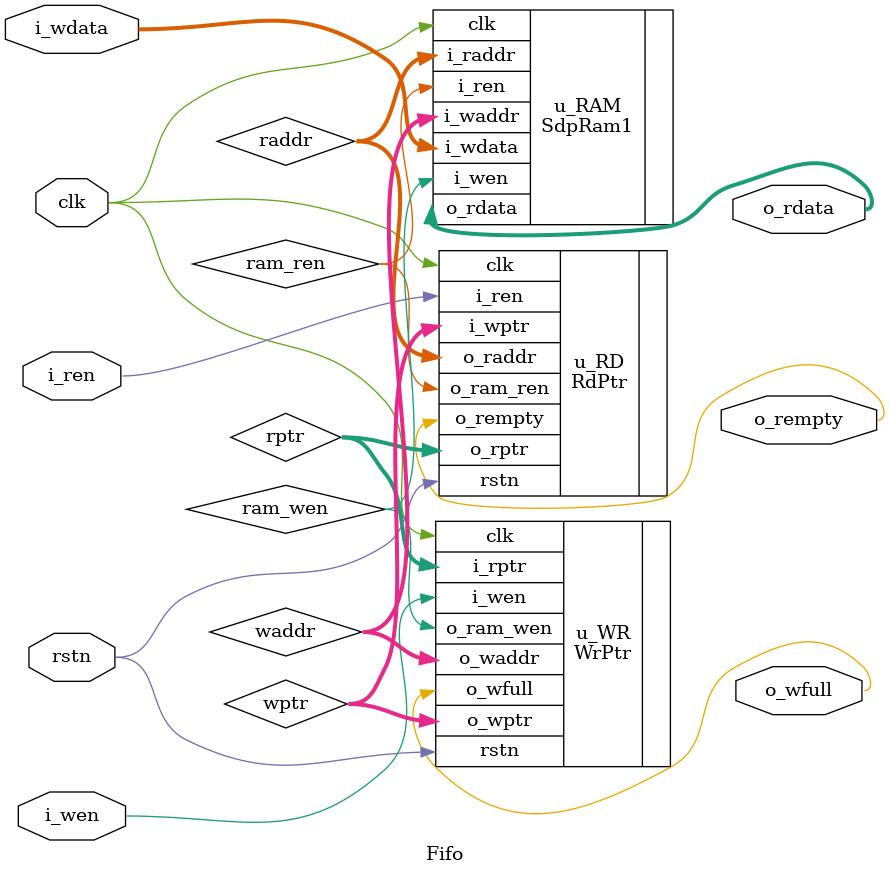
<source format=sv>

`default_nettype none

module Fifo # (
  parameter int DLEN = 8,
  parameter int ALEN = 8
)(
  input var                     clk,
  input var                     rstn,

  input var                     i_wen,
  input var         [DLEN-1:0]  i_wdata,
  output var logic              o_wfull,

  input var                     i_ren,
  output var logic  [DLEN-1:0]  o_rdata,
  output var logic              o_rempty
);

/* Pointer Instantiation */
logic [ALEN-1:0]  waddr;
logic [ALEN:0]    wptr;
logic [ALEN-1:0]  raddr;
logic [ALEN:0]    rptr;

// Write Pointer
logic ram_wen;

WrPtr # (.ALEN(ALEN)) u_WR (
  .clk        (clk),
  .rstn       (rstn),
  .i_wen      (i_wen),
  .o_waddr    (waddr),
  .o_wptr     (wptr),
  .i_rptr     (rptr),
  .o_wfull    (o_wfull),
  .o_ram_wen  (ram_wen)
);

// Read Pointer
logic ram_ren;

RdPtr # (.ALEN(ALEN)) u_RD (
  .clk        (clk),
  .rstn       (rstn),
  .i_ren      (i_ren),
  .o_raddr    (raddr),
  .o_rptr     (rptr),
  .i_wptr     (wptr),
  .o_rempty   (o_rempty),
  .o_ram_ren  (ram_ren)
);


/* Memory Instantiation */
SdpRam1 # (
  .DLEN (DLEN),
  .ALEN (ALEN)
) u_RAM (
  .clk      (clk),
  .i_wen    (ram_wen),
  .i_waddr  (waddr),
  .i_wdata  (i_wdata),
  .i_ren    (ram_ren),
  .i_raddr  (raddr),
  .o_rdata  (o_rdata)
);

`ifdef SIMULATION
initial begin
  $dumpfile("waves.vcd");
  $dumpvars();
end
`endif

endmodule

</source>
